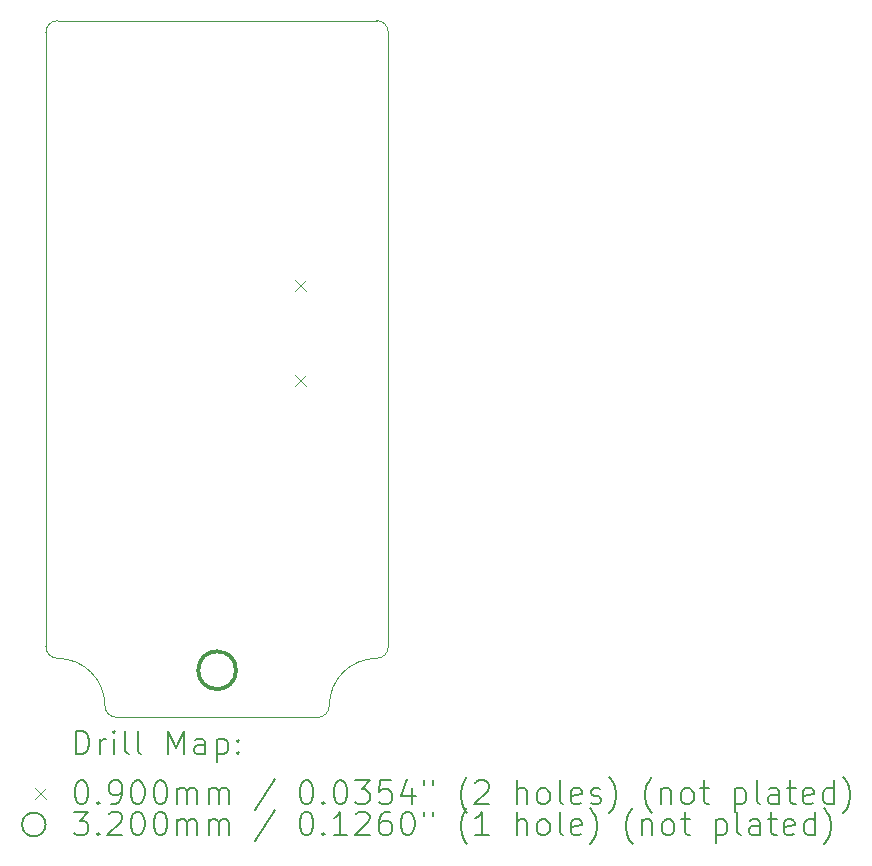
<source format=gbr>
%TF.GenerationSoftware,KiCad,Pcbnew,(6.0.9)*%
%TF.CreationDate,2022-12-02T21:30:59+00:00*%
%TF.ProjectId,SPIRadioCFRTC,53504952-6164-4696-9f43-465254432e6b,rev?*%
%TF.SameCoordinates,Original*%
%TF.FileFunction,Drillmap*%
%TF.FilePolarity,Positive*%
%FSLAX45Y45*%
G04 Gerber Fmt 4.5, Leading zero omitted, Abs format (unit mm)*
G04 Created by KiCad (PCBNEW (6.0.9)) date 2022-12-02 21:30:59*
%MOMM*%
%LPD*%
G01*
G04 APERTURE LIST*
%ADD10C,0.050000*%
%ADD11C,0.200000*%
%ADD12C,0.090000*%
%ADD13C,0.320000*%
G04 APERTURE END LIST*
D10*
X2150000Y-2050000D02*
X4850000Y-2050000D01*
X4950000Y-2150000D02*
X4950000Y-7350000D01*
X4350000Y-7950000D02*
X2650000Y-7950000D01*
X2050000Y-7350000D02*
X2050000Y-2150000D01*
X2150000Y-2050000D02*
G75*
G03*
X2050000Y-2150000I0J-100000D01*
G01*
X4950000Y-2150000D02*
G75*
G03*
X4850000Y-2050000I-100000J0D01*
G01*
X4350000Y-7950000D02*
G75*
G03*
X4450000Y-7850000I0J100000D01*
G01*
X2550000Y-7850000D02*
G75*
G03*
X2650000Y-7950000I100000J0D01*
G01*
X4850000Y-7450000D02*
G75*
G03*
X4950000Y-7350000I0J100000D01*
G01*
X2050000Y-7350000D02*
G75*
G03*
X2150000Y-7450000I100000J0D01*
G01*
X2550000Y-7850000D02*
G75*
G03*
X2150000Y-7450000I-400000J0D01*
G01*
X4850000Y-7450000D02*
G75*
G03*
X4450000Y-7850000I0J-400000D01*
G01*
D11*
D12*
X4162000Y-4250000D02*
X4252000Y-4340000D01*
X4252000Y-4250000D02*
X4162000Y-4340000D01*
X4162000Y-5050000D02*
X4252000Y-5140000D01*
X4252000Y-5050000D02*
X4162000Y-5140000D01*
D13*
X3660000Y-7550000D02*
G75*
G03*
X3660000Y-7550000I-160000J0D01*
G01*
D11*
X2305119Y-8262976D02*
X2305119Y-8062976D01*
X2352738Y-8062976D01*
X2381310Y-8072500D01*
X2400357Y-8091548D01*
X2409881Y-8110595D01*
X2419405Y-8148690D01*
X2419405Y-8177262D01*
X2409881Y-8215357D01*
X2400357Y-8234405D01*
X2381310Y-8253452D01*
X2352738Y-8262976D01*
X2305119Y-8262976D01*
X2505119Y-8262976D02*
X2505119Y-8129643D01*
X2505119Y-8167738D02*
X2514643Y-8148690D01*
X2524167Y-8139167D01*
X2543214Y-8129643D01*
X2562262Y-8129643D01*
X2628929Y-8262976D02*
X2628929Y-8129643D01*
X2628929Y-8062976D02*
X2619405Y-8072500D01*
X2628929Y-8082024D01*
X2638452Y-8072500D01*
X2628929Y-8062976D01*
X2628929Y-8082024D01*
X2752738Y-8262976D02*
X2733690Y-8253452D01*
X2724167Y-8234405D01*
X2724167Y-8062976D01*
X2857500Y-8262976D02*
X2838452Y-8253452D01*
X2828928Y-8234405D01*
X2828928Y-8062976D01*
X3086071Y-8262976D02*
X3086071Y-8062976D01*
X3152738Y-8205833D01*
X3219405Y-8062976D01*
X3219405Y-8262976D01*
X3400357Y-8262976D02*
X3400357Y-8158214D01*
X3390833Y-8139167D01*
X3371786Y-8129643D01*
X3333690Y-8129643D01*
X3314643Y-8139167D01*
X3400357Y-8253452D02*
X3381309Y-8262976D01*
X3333690Y-8262976D01*
X3314643Y-8253452D01*
X3305119Y-8234405D01*
X3305119Y-8215357D01*
X3314643Y-8196309D01*
X3333690Y-8186786D01*
X3381309Y-8186786D01*
X3400357Y-8177262D01*
X3495595Y-8129643D02*
X3495595Y-8329643D01*
X3495595Y-8139167D02*
X3514643Y-8129643D01*
X3552738Y-8129643D01*
X3571786Y-8139167D01*
X3581309Y-8148690D01*
X3590833Y-8167738D01*
X3590833Y-8224881D01*
X3581309Y-8243928D01*
X3571786Y-8253452D01*
X3552738Y-8262976D01*
X3514643Y-8262976D01*
X3495595Y-8253452D01*
X3676548Y-8243928D02*
X3686071Y-8253452D01*
X3676548Y-8262976D01*
X3667024Y-8253452D01*
X3676548Y-8243928D01*
X3676548Y-8262976D01*
X3676548Y-8139167D02*
X3686071Y-8148690D01*
X3676548Y-8158214D01*
X3667024Y-8148690D01*
X3676548Y-8139167D01*
X3676548Y-8158214D01*
D12*
X1957500Y-8547500D02*
X2047500Y-8637500D01*
X2047500Y-8547500D02*
X1957500Y-8637500D01*
D11*
X2343214Y-8482976D02*
X2362262Y-8482976D01*
X2381310Y-8492500D01*
X2390833Y-8502024D01*
X2400357Y-8521071D01*
X2409881Y-8559167D01*
X2409881Y-8606786D01*
X2400357Y-8644881D01*
X2390833Y-8663929D01*
X2381310Y-8673452D01*
X2362262Y-8682976D01*
X2343214Y-8682976D01*
X2324167Y-8673452D01*
X2314643Y-8663929D01*
X2305119Y-8644881D01*
X2295595Y-8606786D01*
X2295595Y-8559167D01*
X2305119Y-8521071D01*
X2314643Y-8502024D01*
X2324167Y-8492500D01*
X2343214Y-8482976D01*
X2495595Y-8663929D02*
X2505119Y-8673452D01*
X2495595Y-8682976D01*
X2486071Y-8673452D01*
X2495595Y-8663929D01*
X2495595Y-8682976D01*
X2600357Y-8682976D02*
X2638452Y-8682976D01*
X2657500Y-8673452D01*
X2667024Y-8663929D01*
X2686071Y-8635357D01*
X2695595Y-8597262D01*
X2695595Y-8521071D01*
X2686071Y-8502024D01*
X2676548Y-8492500D01*
X2657500Y-8482976D01*
X2619405Y-8482976D01*
X2600357Y-8492500D01*
X2590833Y-8502024D01*
X2581310Y-8521071D01*
X2581310Y-8568690D01*
X2590833Y-8587738D01*
X2600357Y-8597262D01*
X2619405Y-8606786D01*
X2657500Y-8606786D01*
X2676548Y-8597262D01*
X2686071Y-8587738D01*
X2695595Y-8568690D01*
X2819405Y-8482976D02*
X2838452Y-8482976D01*
X2857500Y-8492500D01*
X2867024Y-8502024D01*
X2876548Y-8521071D01*
X2886071Y-8559167D01*
X2886071Y-8606786D01*
X2876548Y-8644881D01*
X2867024Y-8663929D01*
X2857500Y-8673452D01*
X2838452Y-8682976D01*
X2819405Y-8682976D01*
X2800357Y-8673452D01*
X2790833Y-8663929D01*
X2781310Y-8644881D01*
X2771786Y-8606786D01*
X2771786Y-8559167D01*
X2781310Y-8521071D01*
X2790833Y-8502024D01*
X2800357Y-8492500D01*
X2819405Y-8482976D01*
X3009881Y-8482976D02*
X3028928Y-8482976D01*
X3047976Y-8492500D01*
X3057500Y-8502024D01*
X3067024Y-8521071D01*
X3076548Y-8559167D01*
X3076548Y-8606786D01*
X3067024Y-8644881D01*
X3057500Y-8663929D01*
X3047976Y-8673452D01*
X3028928Y-8682976D01*
X3009881Y-8682976D01*
X2990833Y-8673452D01*
X2981309Y-8663929D01*
X2971786Y-8644881D01*
X2962262Y-8606786D01*
X2962262Y-8559167D01*
X2971786Y-8521071D01*
X2981309Y-8502024D01*
X2990833Y-8492500D01*
X3009881Y-8482976D01*
X3162262Y-8682976D02*
X3162262Y-8549643D01*
X3162262Y-8568690D02*
X3171786Y-8559167D01*
X3190833Y-8549643D01*
X3219405Y-8549643D01*
X3238452Y-8559167D01*
X3247976Y-8578214D01*
X3247976Y-8682976D01*
X3247976Y-8578214D02*
X3257500Y-8559167D01*
X3276548Y-8549643D01*
X3305119Y-8549643D01*
X3324167Y-8559167D01*
X3333690Y-8578214D01*
X3333690Y-8682976D01*
X3428928Y-8682976D02*
X3428928Y-8549643D01*
X3428928Y-8568690D02*
X3438452Y-8559167D01*
X3457500Y-8549643D01*
X3486071Y-8549643D01*
X3505119Y-8559167D01*
X3514643Y-8578214D01*
X3514643Y-8682976D01*
X3514643Y-8578214D02*
X3524167Y-8559167D01*
X3543214Y-8549643D01*
X3571786Y-8549643D01*
X3590833Y-8559167D01*
X3600357Y-8578214D01*
X3600357Y-8682976D01*
X3990833Y-8473452D02*
X3819405Y-8730595D01*
X4247976Y-8482976D02*
X4267024Y-8482976D01*
X4286071Y-8492500D01*
X4295595Y-8502024D01*
X4305119Y-8521071D01*
X4314643Y-8559167D01*
X4314643Y-8606786D01*
X4305119Y-8644881D01*
X4295595Y-8663929D01*
X4286071Y-8673452D01*
X4267024Y-8682976D01*
X4247976Y-8682976D01*
X4228929Y-8673452D01*
X4219405Y-8663929D01*
X4209881Y-8644881D01*
X4200357Y-8606786D01*
X4200357Y-8559167D01*
X4209881Y-8521071D01*
X4219405Y-8502024D01*
X4228929Y-8492500D01*
X4247976Y-8482976D01*
X4400357Y-8663929D02*
X4409881Y-8673452D01*
X4400357Y-8682976D01*
X4390833Y-8673452D01*
X4400357Y-8663929D01*
X4400357Y-8682976D01*
X4533690Y-8482976D02*
X4552738Y-8482976D01*
X4571786Y-8492500D01*
X4581310Y-8502024D01*
X4590833Y-8521071D01*
X4600357Y-8559167D01*
X4600357Y-8606786D01*
X4590833Y-8644881D01*
X4581310Y-8663929D01*
X4571786Y-8673452D01*
X4552738Y-8682976D01*
X4533690Y-8682976D01*
X4514643Y-8673452D01*
X4505119Y-8663929D01*
X4495595Y-8644881D01*
X4486071Y-8606786D01*
X4486071Y-8559167D01*
X4495595Y-8521071D01*
X4505119Y-8502024D01*
X4514643Y-8492500D01*
X4533690Y-8482976D01*
X4667024Y-8482976D02*
X4790833Y-8482976D01*
X4724167Y-8559167D01*
X4752738Y-8559167D01*
X4771786Y-8568690D01*
X4781310Y-8578214D01*
X4790833Y-8597262D01*
X4790833Y-8644881D01*
X4781310Y-8663929D01*
X4771786Y-8673452D01*
X4752738Y-8682976D01*
X4695595Y-8682976D01*
X4676548Y-8673452D01*
X4667024Y-8663929D01*
X4971786Y-8482976D02*
X4876548Y-8482976D01*
X4867024Y-8578214D01*
X4876548Y-8568690D01*
X4895595Y-8559167D01*
X4943214Y-8559167D01*
X4962262Y-8568690D01*
X4971786Y-8578214D01*
X4981310Y-8597262D01*
X4981310Y-8644881D01*
X4971786Y-8663929D01*
X4962262Y-8673452D01*
X4943214Y-8682976D01*
X4895595Y-8682976D01*
X4876548Y-8673452D01*
X4867024Y-8663929D01*
X5152738Y-8549643D02*
X5152738Y-8682976D01*
X5105119Y-8473452D02*
X5057500Y-8616310D01*
X5181310Y-8616310D01*
X5247976Y-8482976D02*
X5247976Y-8521071D01*
X5324167Y-8482976D02*
X5324167Y-8521071D01*
X5619405Y-8759167D02*
X5609881Y-8749643D01*
X5590833Y-8721071D01*
X5581310Y-8702024D01*
X5571786Y-8673452D01*
X5562262Y-8625833D01*
X5562262Y-8587738D01*
X5571786Y-8540119D01*
X5581310Y-8511548D01*
X5590833Y-8492500D01*
X5609881Y-8463929D01*
X5619405Y-8454405D01*
X5686071Y-8502024D02*
X5695595Y-8492500D01*
X5714643Y-8482976D01*
X5762262Y-8482976D01*
X5781309Y-8492500D01*
X5790833Y-8502024D01*
X5800357Y-8521071D01*
X5800357Y-8540119D01*
X5790833Y-8568690D01*
X5676548Y-8682976D01*
X5800357Y-8682976D01*
X6038452Y-8682976D02*
X6038452Y-8482976D01*
X6124167Y-8682976D02*
X6124167Y-8578214D01*
X6114643Y-8559167D01*
X6095595Y-8549643D01*
X6067024Y-8549643D01*
X6047976Y-8559167D01*
X6038452Y-8568690D01*
X6247976Y-8682976D02*
X6228928Y-8673452D01*
X6219405Y-8663929D01*
X6209881Y-8644881D01*
X6209881Y-8587738D01*
X6219405Y-8568690D01*
X6228928Y-8559167D01*
X6247976Y-8549643D01*
X6276548Y-8549643D01*
X6295595Y-8559167D01*
X6305119Y-8568690D01*
X6314643Y-8587738D01*
X6314643Y-8644881D01*
X6305119Y-8663929D01*
X6295595Y-8673452D01*
X6276548Y-8682976D01*
X6247976Y-8682976D01*
X6428928Y-8682976D02*
X6409881Y-8673452D01*
X6400357Y-8654405D01*
X6400357Y-8482976D01*
X6581309Y-8673452D02*
X6562262Y-8682976D01*
X6524167Y-8682976D01*
X6505119Y-8673452D01*
X6495595Y-8654405D01*
X6495595Y-8578214D01*
X6505119Y-8559167D01*
X6524167Y-8549643D01*
X6562262Y-8549643D01*
X6581309Y-8559167D01*
X6590833Y-8578214D01*
X6590833Y-8597262D01*
X6495595Y-8616310D01*
X6667024Y-8673452D02*
X6686071Y-8682976D01*
X6724167Y-8682976D01*
X6743214Y-8673452D01*
X6752738Y-8654405D01*
X6752738Y-8644881D01*
X6743214Y-8625833D01*
X6724167Y-8616310D01*
X6695595Y-8616310D01*
X6676548Y-8606786D01*
X6667024Y-8587738D01*
X6667024Y-8578214D01*
X6676548Y-8559167D01*
X6695595Y-8549643D01*
X6724167Y-8549643D01*
X6743214Y-8559167D01*
X6819405Y-8759167D02*
X6828928Y-8749643D01*
X6847976Y-8721071D01*
X6857500Y-8702024D01*
X6867024Y-8673452D01*
X6876548Y-8625833D01*
X6876548Y-8587738D01*
X6867024Y-8540119D01*
X6857500Y-8511548D01*
X6847976Y-8492500D01*
X6828928Y-8463929D01*
X6819405Y-8454405D01*
X7181309Y-8759167D02*
X7171786Y-8749643D01*
X7152738Y-8721071D01*
X7143214Y-8702024D01*
X7133690Y-8673452D01*
X7124167Y-8625833D01*
X7124167Y-8587738D01*
X7133690Y-8540119D01*
X7143214Y-8511548D01*
X7152738Y-8492500D01*
X7171786Y-8463929D01*
X7181309Y-8454405D01*
X7257500Y-8549643D02*
X7257500Y-8682976D01*
X7257500Y-8568690D02*
X7267024Y-8559167D01*
X7286071Y-8549643D01*
X7314643Y-8549643D01*
X7333690Y-8559167D01*
X7343214Y-8578214D01*
X7343214Y-8682976D01*
X7467024Y-8682976D02*
X7447976Y-8673452D01*
X7438452Y-8663929D01*
X7428928Y-8644881D01*
X7428928Y-8587738D01*
X7438452Y-8568690D01*
X7447976Y-8559167D01*
X7467024Y-8549643D01*
X7495595Y-8549643D01*
X7514643Y-8559167D01*
X7524167Y-8568690D01*
X7533690Y-8587738D01*
X7533690Y-8644881D01*
X7524167Y-8663929D01*
X7514643Y-8673452D01*
X7495595Y-8682976D01*
X7467024Y-8682976D01*
X7590833Y-8549643D02*
X7667024Y-8549643D01*
X7619405Y-8482976D02*
X7619405Y-8654405D01*
X7628928Y-8673452D01*
X7647976Y-8682976D01*
X7667024Y-8682976D01*
X7886071Y-8549643D02*
X7886071Y-8749643D01*
X7886071Y-8559167D02*
X7905119Y-8549643D01*
X7943214Y-8549643D01*
X7962262Y-8559167D01*
X7971786Y-8568690D01*
X7981309Y-8587738D01*
X7981309Y-8644881D01*
X7971786Y-8663929D01*
X7962262Y-8673452D01*
X7943214Y-8682976D01*
X7905119Y-8682976D01*
X7886071Y-8673452D01*
X8095595Y-8682976D02*
X8076548Y-8673452D01*
X8067024Y-8654405D01*
X8067024Y-8482976D01*
X8257500Y-8682976D02*
X8257500Y-8578214D01*
X8247976Y-8559167D01*
X8228928Y-8549643D01*
X8190833Y-8549643D01*
X8171786Y-8559167D01*
X8257500Y-8673452D02*
X8238452Y-8682976D01*
X8190833Y-8682976D01*
X8171786Y-8673452D01*
X8162262Y-8654405D01*
X8162262Y-8635357D01*
X8171786Y-8616310D01*
X8190833Y-8606786D01*
X8238452Y-8606786D01*
X8257500Y-8597262D01*
X8324167Y-8549643D02*
X8400357Y-8549643D01*
X8352738Y-8482976D02*
X8352738Y-8654405D01*
X8362262Y-8673452D01*
X8381309Y-8682976D01*
X8400357Y-8682976D01*
X8543214Y-8673452D02*
X8524167Y-8682976D01*
X8486071Y-8682976D01*
X8467024Y-8673452D01*
X8457500Y-8654405D01*
X8457500Y-8578214D01*
X8467024Y-8559167D01*
X8486071Y-8549643D01*
X8524167Y-8549643D01*
X8543214Y-8559167D01*
X8552738Y-8578214D01*
X8552738Y-8597262D01*
X8457500Y-8616310D01*
X8724167Y-8682976D02*
X8724167Y-8482976D01*
X8724167Y-8673452D02*
X8705119Y-8682976D01*
X8667024Y-8682976D01*
X8647976Y-8673452D01*
X8638452Y-8663929D01*
X8628929Y-8644881D01*
X8628929Y-8587738D01*
X8638452Y-8568690D01*
X8647976Y-8559167D01*
X8667024Y-8549643D01*
X8705119Y-8549643D01*
X8724167Y-8559167D01*
X8800357Y-8759167D02*
X8809881Y-8749643D01*
X8828929Y-8721071D01*
X8838452Y-8702024D01*
X8847976Y-8673452D01*
X8857500Y-8625833D01*
X8857500Y-8587738D01*
X8847976Y-8540119D01*
X8838452Y-8511548D01*
X8828929Y-8492500D01*
X8809881Y-8463929D01*
X8800357Y-8454405D01*
X2047500Y-8856500D02*
G75*
G03*
X2047500Y-8856500I-100000J0D01*
G01*
X2286071Y-8746976D02*
X2409881Y-8746976D01*
X2343214Y-8823167D01*
X2371786Y-8823167D01*
X2390833Y-8832690D01*
X2400357Y-8842214D01*
X2409881Y-8861262D01*
X2409881Y-8908881D01*
X2400357Y-8927929D01*
X2390833Y-8937452D01*
X2371786Y-8946976D01*
X2314643Y-8946976D01*
X2295595Y-8937452D01*
X2286071Y-8927929D01*
X2495595Y-8927929D02*
X2505119Y-8937452D01*
X2495595Y-8946976D01*
X2486071Y-8937452D01*
X2495595Y-8927929D01*
X2495595Y-8946976D01*
X2581310Y-8766024D02*
X2590833Y-8756500D01*
X2609881Y-8746976D01*
X2657500Y-8746976D01*
X2676548Y-8756500D01*
X2686071Y-8766024D01*
X2695595Y-8785071D01*
X2695595Y-8804119D01*
X2686071Y-8832690D01*
X2571786Y-8946976D01*
X2695595Y-8946976D01*
X2819405Y-8746976D02*
X2838452Y-8746976D01*
X2857500Y-8756500D01*
X2867024Y-8766024D01*
X2876548Y-8785071D01*
X2886071Y-8823167D01*
X2886071Y-8870786D01*
X2876548Y-8908881D01*
X2867024Y-8927929D01*
X2857500Y-8937452D01*
X2838452Y-8946976D01*
X2819405Y-8946976D01*
X2800357Y-8937452D01*
X2790833Y-8927929D01*
X2781310Y-8908881D01*
X2771786Y-8870786D01*
X2771786Y-8823167D01*
X2781310Y-8785071D01*
X2790833Y-8766024D01*
X2800357Y-8756500D01*
X2819405Y-8746976D01*
X3009881Y-8746976D02*
X3028928Y-8746976D01*
X3047976Y-8756500D01*
X3057500Y-8766024D01*
X3067024Y-8785071D01*
X3076548Y-8823167D01*
X3076548Y-8870786D01*
X3067024Y-8908881D01*
X3057500Y-8927929D01*
X3047976Y-8937452D01*
X3028928Y-8946976D01*
X3009881Y-8946976D01*
X2990833Y-8937452D01*
X2981309Y-8927929D01*
X2971786Y-8908881D01*
X2962262Y-8870786D01*
X2962262Y-8823167D01*
X2971786Y-8785071D01*
X2981309Y-8766024D01*
X2990833Y-8756500D01*
X3009881Y-8746976D01*
X3162262Y-8946976D02*
X3162262Y-8813643D01*
X3162262Y-8832690D02*
X3171786Y-8823167D01*
X3190833Y-8813643D01*
X3219405Y-8813643D01*
X3238452Y-8823167D01*
X3247976Y-8842214D01*
X3247976Y-8946976D01*
X3247976Y-8842214D02*
X3257500Y-8823167D01*
X3276548Y-8813643D01*
X3305119Y-8813643D01*
X3324167Y-8823167D01*
X3333690Y-8842214D01*
X3333690Y-8946976D01*
X3428928Y-8946976D02*
X3428928Y-8813643D01*
X3428928Y-8832690D02*
X3438452Y-8823167D01*
X3457500Y-8813643D01*
X3486071Y-8813643D01*
X3505119Y-8823167D01*
X3514643Y-8842214D01*
X3514643Y-8946976D01*
X3514643Y-8842214D02*
X3524167Y-8823167D01*
X3543214Y-8813643D01*
X3571786Y-8813643D01*
X3590833Y-8823167D01*
X3600357Y-8842214D01*
X3600357Y-8946976D01*
X3990833Y-8737452D02*
X3819405Y-8994595D01*
X4247976Y-8746976D02*
X4267024Y-8746976D01*
X4286071Y-8756500D01*
X4295595Y-8766024D01*
X4305119Y-8785071D01*
X4314643Y-8823167D01*
X4314643Y-8870786D01*
X4305119Y-8908881D01*
X4295595Y-8927929D01*
X4286071Y-8937452D01*
X4267024Y-8946976D01*
X4247976Y-8946976D01*
X4228929Y-8937452D01*
X4219405Y-8927929D01*
X4209881Y-8908881D01*
X4200357Y-8870786D01*
X4200357Y-8823167D01*
X4209881Y-8785071D01*
X4219405Y-8766024D01*
X4228929Y-8756500D01*
X4247976Y-8746976D01*
X4400357Y-8927929D02*
X4409881Y-8937452D01*
X4400357Y-8946976D01*
X4390833Y-8937452D01*
X4400357Y-8927929D01*
X4400357Y-8946976D01*
X4600357Y-8946976D02*
X4486071Y-8946976D01*
X4543214Y-8946976D02*
X4543214Y-8746976D01*
X4524167Y-8775548D01*
X4505119Y-8794595D01*
X4486071Y-8804119D01*
X4676548Y-8766024D02*
X4686071Y-8756500D01*
X4705119Y-8746976D01*
X4752738Y-8746976D01*
X4771786Y-8756500D01*
X4781310Y-8766024D01*
X4790833Y-8785071D01*
X4790833Y-8804119D01*
X4781310Y-8832690D01*
X4667024Y-8946976D01*
X4790833Y-8946976D01*
X4962262Y-8746976D02*
X4924167Y-8746976D01*
X4905119Y-8756500D01*
X4895595Y-8766024D01*
X4876548Y-8794595D01*
X4867024Y-8832690D01*
X4867024Y-8908881D01*
X4876548Y-8927929D01*
X4886071Y-8937452D01*
X4905119Y-8946976D01*
X4943214Y-8946976D01*
X4962262Y-8937452D01*
X4971786Y-8927929D01*
X4981310Y-8908881D01*
X4981310Y-8861262D01*
X4971786Y-8842214D01*
X4962262Y-8832690D01*
X4943214Y-8823167D01*
X4905119Y-8823167D01*
X4886071Y-8832690D01*
X4876548Y-8842214D01*
X4867024Y-8861262D01*
X5105119Y-8746976D02*
X5124167Y-8746976D01*
X5143214Y-8756500D01*
X5152738Y-8766024D01*
X5162262Y-8785071D01*
X5171786Y-8823167D01*
X5171786Y-8870786D01*
X5162262Y-8908881D01*
X5152738Y-8927929D01*
X5143214Y-8937452D01*
X5124167Y-8946976D01*
X5105119Y-8946976D01*
X5086071Y-8937452D01*
X5076548Y-8927929D01*
X5067024Y-8908881D01*
X5057500Y-8870786D01*
X5057500Y-8823167D01*
X5067024Y-8785071D01*
X5076548Y-8766024D01*
X5086071Y-8756500D01*
X5105119Y-8746976D01*
X5247976Y-8746976D02*
X5247976Y-8785071D01*
X5324167Y-8746976D02*
X5324167Y-8785071D01*
X5619405Y-9023167D02*
X5609881Y-9013643D01*
X5590833Y-8985071D01*
X5581310Y-8966024D01*
X5571786Y-8937452D01*
X5562262Y-8889833D01*
X5562262Y-8851738D01*
X5571786Y-8804119D01*
X5581310Y-8775548D01*
X5590833Y-8756500D01*
X5609881Y-8727929D01*
X5619405Y-8718405D01*
X5800357Y-8946976D02*
X5686071Y-8946976D01*
X5743214Y-8946976D02*
X5743214Y-8746976D01*
X5724167Y-8775548D01*
X5705119Y-8794595D01*
X5686071Y-8804119D01*
X6038452Y-8946976D02*
X6038452Y-8746976D01*
X6124167Y-8946976D02*
X6124167Y-8842214D01*
X6114643Y-8823167D01*
X6095595Y-8813643D01*
X6067024Y-8813643D01*
X6047976Y-8823167D01*
X6038452Y-8832690D01*
X6247976Y-8946976D02*
X6228928Y-8937452D01*
X6219405Y-8927929D01*
X6209881Y-8908881D01*
X6209881Y-8851738D01*
X6219405Y-8832690D01*
X6228928Y-8823167D01*
X6247976Y-8813643D01*
X6276548Y-8813643D01*
X6295595Y-8823167D01*
X6305119Y-8832690D01*
X6314643Y-8851738D01*
X6314643Y-8908881D01*
X6305119Y-8927929D01*
X6295595Y-8937452D01*
X6276548Y-8946976D01*
X6247976Y-8946976D01*
X6428928Y-8946976D02*
X6409881Y-8937452D01*
X6400357Y-8918405D01*
X6400357Y-8746976D01*
X6581309Y-8937452D02*
X6562262Y-8946976D01*
X6524167Y-8946976D01*
X6505119Y-8937452D01*
X6495595Y-8918405D01*
X6495595Y-8842214D01*
X6505119Y-8823167D01*
X6524167Y-8813643D01*
X6562262Y-8813643D01*
X6581309Y-8823167D01*
X6590833Y-8842214D01*
X6590833Y-8861262D01*
X6495595Y-8880310D01*
X6657500Y-9023167D02*
X6667024Y-9013643D01*
X6686071Y-8985071D01*
X6695595Y-8966024D01*
X6705119Y-8937452D01*
X6714643Y-8889833D01*
X6714643Y-8851738D01*
X6705119Y-8804119D01*
X6695595Y-8775548D01*
X6686071Y-8756500D01*
X6667024Y-8727929D01*
X6657500Y-8718405D01*
X7019405Y-9023167D02*
X7009881Y-9013643D01*
X6990833Y-8985071D01*
X6981309Y-8966024D01*
X6971786Y-8937452D01*
X6962262Y-8889833D01*
X6962262Y-8851738D01*
X6971786Y-8804119D01*
X6981309Y-8775548D01*
X6990833Y-8756500D01*
X7009881Y-8727929D01*
X7019405Y-8718405D01*
X7095595Y-8813643D02*
X7095595Y-8946976D01*
X7095595Y-8832690D02*
X7105119Y-8823167D01*
X7124167Y-8813643D01*
X7152738Y-8813643D01*
X7171786Y-8823167D01*
X7181309Y-8842214D01*
X7181309Y-8946976D01*
X7305119Y-8946976D02*
X7286071Y-8937452D01*
X7276548Y-8927929D01*
X7267024Y-8908881D01*
X7267024Y-8851738D01*
X7276548Y-8832690D01*
X7286071Y-8823167D01*
X7305119Y-8813643D01*
X7333690Y-8813643D01*
X7352738Y-8823167D01*
X7362262Y-8832690D01*
X7371786Y-8851738D01*
X7371786Y-8908881D01*
X7362262Y-8927929D01*
X7352738Y-8937452D01*
X7333690Y-8946976D01*
X7305119Y-8946976D01*
X7428928Y-8813643D02*
X7505119Y-8813643D01*
X7457500Y-8746976D02*
X7457500Y-8918405D01*
X7467024Y-8937452D01*
X7486071Y-8946976D01*
X7505119Y-8946976D01*
X7724167Y-8813643D02*
X7724167Y-9013643D01*
X7724167Y-8823167D02*
X7743214Y-8813643D01*
X7781309Y-8813643D01*
X7800357Y-8823167D01*
X7809881Y-8832690D01*
X7819405Y-8851738D01*
X7819405Y-8908881D01*
X7809881Y-8927929D01*
X7800357Y-8937452D01*
X7781309Y-8946976D01*
X7743214Y-8946976D01*
X7724167Y-8937452D01*
X7933690Y-8946976D02*
X7914643Y-8937452D01*
X7905119Y-8918405D01*
X7905119Y-8746976D01*
X8095595Y-8946976D02*
X8095595Y-8842214D01*
X8086071Y-8823167D01*
X8067024Y-8813643D01*
X8028928Y-8813643D01*
X8009881Y-8823167D01*
X8095595Y-8937452D02*
X8076548Y-8946976D01*
X8028928Y-8946976D01*
X8009881Y-8937452D01*
X8000357Y-8918405D01*
X8000357Y-8899357D01*
X8009881Y-8880310D01*
X8028928Y-8870786D01*
X8076548Y-8870786D01*
X8095595Y-8861262D01*
X8162262Y-8813643D02*
X8238452Y-8813643D01*
X8190833Y-8746976D02*
X8190833Y-8918405D01*
X8200357Y-8937452D01*
X8219405Y-8946976D01*
X8238452Y-8946976D01*
X8381309Y-8937452D02*
X8362262Y-8946976D01*
X8324167Y-8946976D01*
X8305119Y-8937452D01*
X8295595Y-8918405D01*
X8295595Y-8842214D01*
X8305119Y-8823167D01*
X8324167Y-8813643D01*
X8362262Y-8813643D01*
X8381309Y-8823167D01*
X8390833Y-8842214D01*
X8390833Y-8861262D01*
X8295595Y-8880310D01*
X8562262Y-8946976D02*
X8562262Y-8746976D01*
X8562262Y-8937452D02*
X8543214Y-8946976D01*
X8505119Y-8946976D01*
X8486071Y-8937452D01*
X8476548Y-8927929D01*
X8467024Y-8908881D01*
X8467024Y-8851738D01*
X8476548Y-8832690D01*
X8486071Y-8823167D01*
X8505119Y-8813643D01*
X8543214Y-8813643D01*
X8562262Y-8823167D01*
X8638452Y-9023167D02*
X8647976Y-9013643D01*
X8667024Y-8985071D01*
X8676548Y-8966024D01*
X8686071Y-8937452D01*
X8695595Y-8889833D01*
X8695595Y-8851738D01*
X8686071Y-8804119D01*
X8676548Y-8775548D01*
X8667024Y-8756500D01*
X8647976Y-8727929D01*
X8638452Y-8718405D01*
M02*

</source>
